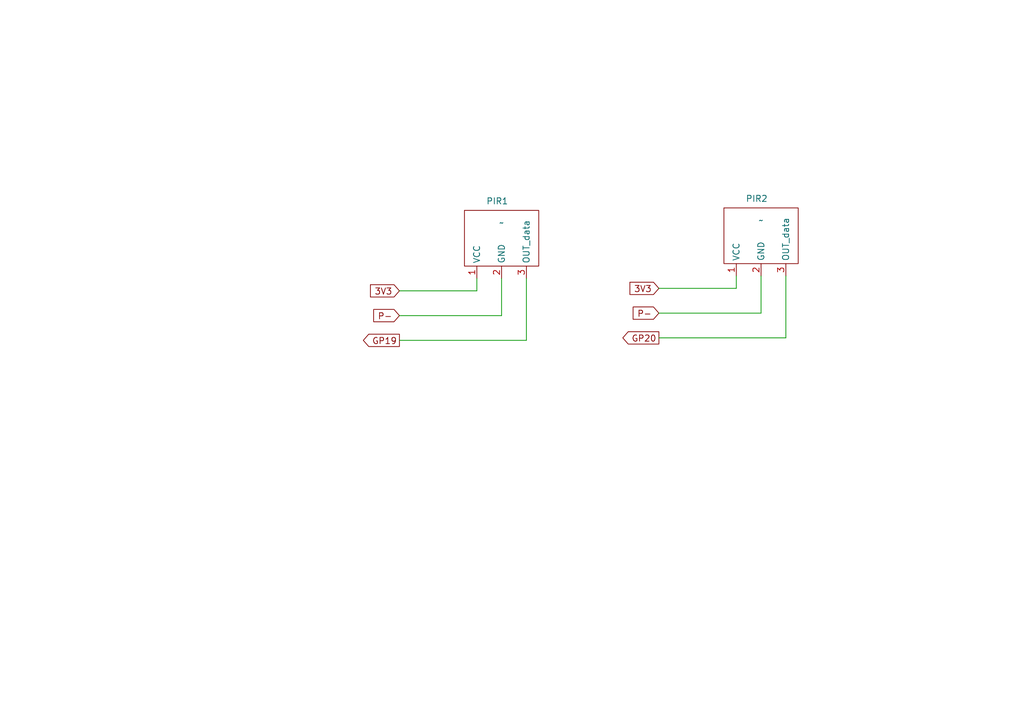
<source format=kicad_sch>
(kicad_sch (version 20230121) (generator eeschema)
  (paper "A5")
  (title_block (title "PIR motion detection sensor") (date "2023-11-06") (rev "V0.1") (company "HHS Living Labs"))
  (lib_symbols
    (symbol "PIR_1"
      (property "Reference" "PIR" (at -3.175 4.445 0))
      (property "Value" "~" (at 0 0 0))
      (symbol "PIR_1_0_1"
        (rectangle (start -7.62 2.54) (end 7.62 -8.89))
      )
      (symbol "PIR_1_1_1"
        (pin input line (at -5.08 -11.43 90) (length 2.54) (name "VCC") (number "1"))
        (pin passive line (at 0 -11.43 90) (length 2.54) (name "GND") (number "2"))
        (pin output line (at 5.08 -11.43 90) (length 2.54) (name "OUT_data") (number "3"))
      )
    )
    (symbol "PIRsens:PIR"
      (property "Reference" "PIR" (at -3.175 4.445 0))
      (property "Value" "~" (at 0 0 0))
      (symbol "PIR_0_1"
        (rectangle (start -7.62 2.54) (end 7.62 -8.89))
      )
      (symbol "PIR_1_1"
        (pin input line (at -5.08 -11.43 90) (length 2.54) (name "VCC") (number "1"))
        (pin passive line (at 0 -11.43 90) (length 2.54) (name "GND") (number "2"))
        (pin output line (at 5.08 -11.43 90) (length 2.54) (name "OUT_data") (number "3"))
      )
    )
  )
  (wire (pts (xy 161.163 56.642) (xy 161.163 69.342)))
  (wire (pts (xy 102.87 57.15) (xy 102.87 64.77)))
  (wire (pts (xy 135.128 69.342) (xy 161.163 69.342)))
  (wire (pts (xy 135.128 59.182) (xy 151.003 59.182)))
  (wire (pts (xy 97.79 57.15) (xy 97.79 59.69)))
  (wire (pts (xy 107.95 57.15) (xy 107.95 69.85)))
  (wire (pts (xy 81.915 69.85) (xy 107.95 69.85)))
  (wire (pts (xy 81.915 64.77) (xy 102.87 64.77)))
  (wire (pts (xy 135.128 64.262) (xy 156.083 64.262)))
  (wire (pts (xy 151.003 56.642) (xy 151.003 59.182)))
  (wire (pts (xy 156.083 56.642) (xy 156.083 64.262)))
  (wire (pts (xy 81.915 59.69) (xy 97.79 59.69)))
  (global_label "GP19" (shape output) (at 81.915 69.85 180) (property "Intersheetrefs" "${INTERSHEET_REFS}" (effects hide)))
  (global_label "3V3" (shape input) (at 81.915 59.69 180) (property "Intersheetrefs" "${INTERSHEET_REFS}" (effects hide)))
  (global_label "P-" (shape input) (at 135.128 64.262 180) (property "Intersheetrefs" "${INTERSHEET_REFS}" (effects hide)))
  (global_label "GP20" (shape output) (at 135.128 69.342 180) (property "Intersheetrefs" "${INTERSHEET_REFS}" (effects hide)))
  (global_label "3V3" (shape input) (at 135.128 59.182 180) (property "Intersheetrefs" "${INTERSHEET_REFS}" (effects hide)))
  (global_label "P-" (shape input) (at 81.915 64.77 180) (property "Intersheetrefs" "${INTERSHEET_REFS}" (effects hide)))
  (symbol (lib_id "PIRsens:PIR") (at 156.083 45.212 0) (unit 1)
    (property "Reference" "PIR2" (at 152.908 40.767 0) (effects (justify left)))
    (property "Value" "~" (at 156.083 45.212 0))
    (property "Footprint" "Connector_PinHeader_2.54mm:PinHeader_1x03_P2.54mm_Vertical" (effects hide))
  )
  (symbol (lib_name "PIR_1") (lib_id "PIRsens:PIR") (at 102.87 45.72 0) (unit 1)
    (property "Reference" "PIR1" (at 99.695 41.275 0) (effects (justify left)))
    (property "Value" "~" (at 102.87 45.72 0))
    (property "Footprint" "Connector_PinHeader_2.54mm:PinHeader_1x03_P2.54mm_Vertical" (effects hide))
  )
)
</source>
